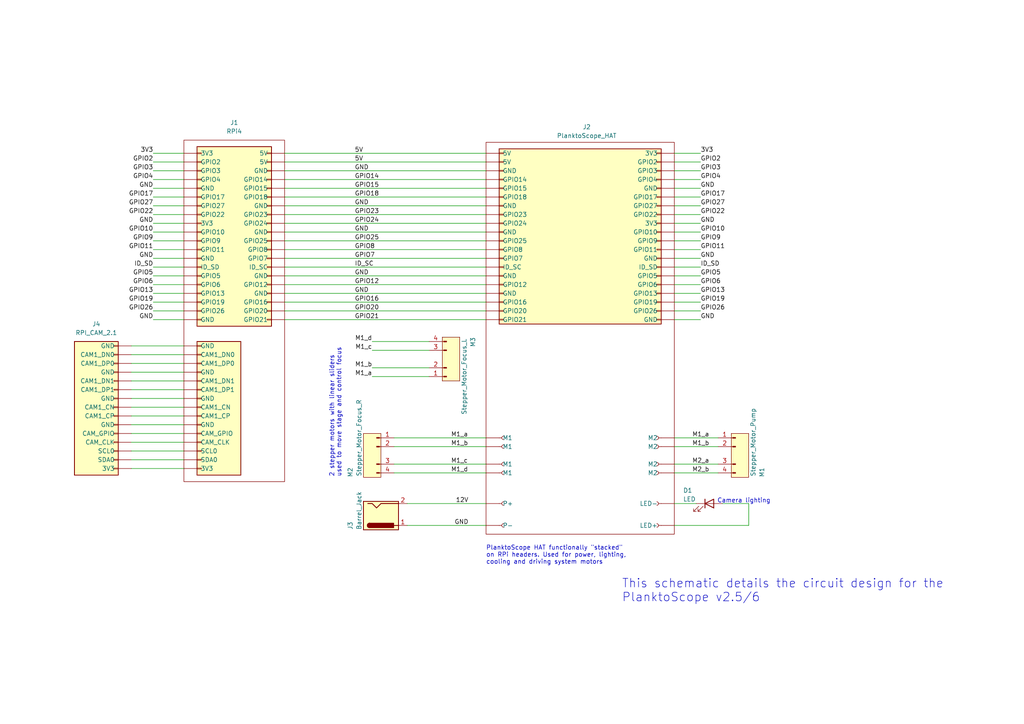
<source format=kicad_sch>
(kicad_sch (version 20211123) (generator eeschema)
  (paper "A4")
  (lib_symbols
    (symbol "Conn_01x04_Male_1" (pin_names (offset 1.016) hide)
      (property "Reference" "J?" (at -1.2319 8.89 0))
      (property "Value" "Conn_01x04_Male_1" (at -1.2319 6.35 0))
      (symbol "Conn_01x04_Male_1_0_1"
        (rectangle (start -3.81 3.81) (end 1.27 -8.89) (fill (type background)))
      )
      (symbol "Conn_01x04_Male_1_1_1"
        (polyline (pts (xy 1.27 -7.62) (xy 0.8636 -7.62)) (stroke (width 0.1524)))
        (polyline (pts (xy 1.27 -5.08) (xy 0.8636 -5.08)) (stroke (width 0.1524)))
        (polyline (pts (xy 1.27 0) (xy 0.8636 0)) (stroke (width 0.1524)))
        (polyline (pts (xy 1.27 2.54) (xy 0.8636 2.54)) (stroke (width 0.1524)))
        (rectangle (start 0.8636 -7.493) (end 0 -7.747) (stroke (width 0.1524)) (fill (type outline)))
        (rectangle (start 0.8636 -4.953) (end 0 -5.207) (stroke (width 0.1524)) (fill (type outline)))
        (rectangle (start 0.8636 0.127) (end 0 -0.127) (stroke (width 0.1524)) (fill (type outline)))
        (rectangle (start 0.8636 2.667) (end 0 2.413) (stroke (width 0.1524)) (fill (type outline)))
        (pin passive line (at 5.08 2.54 180) (length 3.81) (name "Pin_1") (number "1"))
        (pin passive line (at 5.08 0 180) (length 3.81) (name "Pin_2") (number "2"))
        (pin passive line (at 5.08 -5.08 180) (length 3.81) (name "Pin_3") (number "3"))
        (pin passive line (at 5.08 -7.62 180) (length 3.81) (name "Pin_4") (number "4"))
      )
    )
    (symbol "Conn_01x15_1" (pin_numbers hide) (pin_names (offset 1.016))
      (property "Reference" "J?" (at -1.27 22.8601 0))
      (property "Value" "Conn_01x15" (at -1.27 20.3201 0))
      (symbol "Conn_01x15_1_1_1"
        (rectangle (start -1.27 -17.653) (end 0 -17.907) (stroke (width 0.1524)))
        (rectangle (start -1.27 -15.113) (end 0 -15.367) (stroke (width 0.1524)))
        (rectangle (start -1.27 -12.573) (end 0 -12.827) (stroke (width 0.1524)))
        (rectangle (start -1.27 -10.033) (end 0 -10.287) (stroke (width 0.1524)))
        (rectangle (start -1.27 -7.493) (end 0 -7.747) (stroke (width 0.1524)))
        (rectangle (start -1.27 -4.953) (end 0 -5.207) (stroke (width 0.1524)))
        (rectangle (start -1.27 -2.413) (end 0 -2.667) (stroke (width 0.1524)))
        (rectangle (start -1.27 0.127) (end 0 -0.127) (stroke (width 0.1524)))
        (rectangle (start -1.27 2.667) (end 0 2.413) (stroke (width 0.1524)))
        (rectangle (start -1.27 5.207) (end 0 4.953) (stroke (width 0.1524)))
        (rectangle (start -1.27 7.747) (end 0 7.493) (stroke (width 0.1524)))
        (rectangle (start -1.27 10.287) (end 0 10.033) (stroke (width 0.1524)))
        (rectangle (start -1.27 12.827) (end 0 12.573) (stroke (width 0.1524)))
        (rectangle (start -1.27 15.367) (end 0 15.113) (stroke (width 0.1524)))
        (rectangle (start -1.27 17.907) (end 0 17.653) (stroke (width 0.1524)))
        (rectangle (start -1.27 19.05) (end 11.43 -19.685) (stroke (width 0.254)) (fill (type background)))
        (pin passive line (at -5.08 17.78 0) (length 3.81) (name "GND") (number "1"))
        (pin passive line (at -5.08 -5.08 0) (length 3.81) (name "GND") (number "10"))
        (pin passive line (at -5.08 -7.62 0) (length 3.81) (name "CAM_GPIO") (number "11"))
        (pin passive line (at -5.08 -10.16 0) (length 3.81) (name "CAM_CLK") (number "12"))
        (pin passive line (at -5.08 -12.7 0) (length 3.81) (name "SCL0") (number "13"))
        (pin passive line (at -5.08 -15.24 0) (length 3.81) (name "SDA0") (number "14"))
        (pin passive line (at -5.08 -17.78 0) (length 3.81) (name "3V3") (number "15"))
        (pin passive line (at -5.08 15.24 0) (length 3.81) (name "CAM1_DN0") (number "2"))
        (pin passive line (at -5.08 12.7 0) (length 3.81) (name "CAM1_DP0") (number "3"))
        (pin passive line (at -5.08 10.16 0) (length 3.81) (name "GND") (number "4"))
        (pin passive line (at -5.08 7.62 0) (length 3.81) (name "CAM1_DN1") (number "5"))
        (pin passive line (at -5.08 5.08 0) (length 3.81) (name "CAM1_DP1") (number "6"))
        (pin passive line (at -5.08 2.54 0) (length 3.81) (name "GND") (number "7"))
        (pin passive line (at -5.08 0 0) (length 3.81) (name "CAM1_CN") (number "8"))
        (pin passive line (at -5.08 -2.54 0) (length 3.81) (name "CAM1_CP") (number "9"))
      )
    )
    (symbol "Connector:Barrel_Jack" (pin_names (offset 1.016))
      (property "Reference" "J?" (at -6.35 -1.9051 0))
      (property "Value" "Barrel_Jack" (at -6.35 1.2699 0))
      (symbol "Barrel_Jack_0_1"
        (rectangle (start -5.08 5.08) (end 5.08 -3.175) (stroke (width 0.254)) (fill (type background)))
        (arc (start -3.302 4.445) (mid -3.937 3.81) (end -3.302 3.175) (stroke (width 0.254)))
        (arc (start -3.302 4.445) (mid -3.937 3.81) (end -3.302 3.175) (stroke (width 0.254)) (fill (type outline)))
        (polyline (pts (xy 5.08 3.81) (xy 3.81 3.81)) (stroke (width 0.254)))
        (polyline (pts (xy -3.81 -2.54) (xy -2.54 -2.54) (xy -1.27 -1.27) (xy 0 -2.54) (xy 2.54 -2.54) (xy 5.08 -2.54)) (stroke (width 0.254)))
        (rectangle (start 3.683 4.445) (end -3.302 3.175) (stroke (width 0.254)) (fill (type outline)))
      )
      (symbol "Barrel_Jack_1_1"
        (pin passive line (at 7.62 3.81 180) (length 2.54) (name "~") (number "1"))
        (pin passive line (at 7.62 -2.54 180) (length 2.54) (name "~") (number "2"))
      )
    )
    (symbol "Device:LED" (pin_numbers hide) (pin_names (offset 1.016) hide)
      (property "Reference" "D" (at 0 2.54 0))
      (property "Value" "LED" (at 0 -2.54 0))
      (symbol "LED_0_1"
        (polyline (pts (xy -1.27 -1.27) (xy -1.27 1.27)) (stroke (width 0.254)))
        (polyline (pts (xy -1.27 0) (xy 1.27 0)))
        (polyline (pts (xy 1.27 -1.27) (xy 1.27 1.27) (xy -1.27 0) (xy 1.27 -1.27)) (stroke (width 0.254)))
        (polyline (pts (xy -3.048 -0.762) (xy -4.572 -2.286) (xy -3.81 -2.286) (xy -4.572 -2.286) (xy -4.572 -1.524)))
        (polyline (pts (xy -1.778 -0.762) (xy -3.302 -2.286) (xy -2.54 -2.286) (xy -3.302 -2.286) (xy -3.302 -1.524)))
      )
      (symbol "LED_1_1"
        (pin passive line (at -3.81 0 0) (length 2.54) (name "K") (number "1"))
        (pin passive line (at 3.81 0 180) (length 2.54) (name "A") (number "2"))
      )
    )
    (symbol "RPi4_Conn_1" (pin_numbers hide) (pin_names (offset 1.016))
      (property "Reference" "J2" (at -19.05 30.48 0))
      (property "Value" "PlanktoScope_HAT" (at -19.05 27.94 0))
      (symbol "RPi4_Conn_1_0_1"
        (rectangle (start -5.08 26.035) (end 49.53 -87.63))
      )
      (symbol "RPi4_Conn_1_1_1"
        (rectangle (start -1.27 -25.273) (end 0 -25.527) (stroke (width 0.1524)))
        (rectangle (start -1.27 -22.733) (end 0 -22.987) (stroke (width 0.1524)))
        (rectangle (start -1.27 -20.193) (end 0 -20.447) (stroke (width 0.1524)))
        (rectangle (start -1.27 -17.653) (end 0 -17.907) (stroke (width 0.1524)))
        (rectangle (start -1.27 -15.113) (end 0 -15.367) (stroke (width 0.1524)))
        (rectangle (start -1.27 -12.573) (end 0 -12.827) (stroke (width 0.1524)))
        (rectangle (start -1.27 -10.033) (end 0 -10.287) (stroke (width 0.1524)))
        (rectangle (start -1.27 -7.493) (end 0 -7.747) (stroke (width 0.1524)))
        (rectangle (start -1.27 -4.953) (end 0 -5.207) (stroke (width 0.1524)))
        (rectangle (start -1.27 -2.413) (end 0 -2.667) (stroke (width 0.1524)))
        (rectangle (start -1.27 0.127) (end 0 -0.127) (stroke (width 0.1524)))
        (rectangle (start -1.27 2.667) (end 0 2.413) (stroke (width 0.1524)))
        (rectangle (start -1.27 5.207) (end 0 4.953) (stroke (width 0.1524)))
        (rectangle (start -1.27 7.747) (end 0 7.493) (stroke (width 0.1524)))
        (rectangle (start -1.27 10.287) (end 0 10.033) (stroke (width 0.1524)))
        (rectangle (start -1.27 12.827) (end 0 12.573) (stroke (width 0.1524)))
        (rectangle (start -1.27 15.367) (end 0 15.113) (stroke (width 0.1524)))
        (rectangle (start -1.27 17.907) (end 0 17.653) (stroke (width 0.1524)))
        (rectangle (start -1.27 20.447) (end 0 20.193) (stroke (width 0.1524)))
        (rectangle (start -1.27 22.987) (end 0 22.733) (stroke (width 0.1524)))
        (rectangle (start -1.27 24.13) (end 45.72 -26.67) (stroke (width 0.254)) (fill (type background)))
        (arc (start 0 -84.582) (mid -0.508 -85.09) (end 0 -85.598) (stroke (width 0.1524)))
        (arc (start 0 -78.232) (mid -0.508 -78.74) (end 0 -79.248) (stroke (width 0.1524)))
        (arc (start 0 -69.342) (mid -0.508 -69.85) (end 0 -70.358) (stroke (width 0.1524)))
        (arc (start 0 -66.802) (mid -0.508 -67.31) (end 0 -67.818) (stroke (width 0.1524)))
        (arc (start 0 -61.722) (mid -0.508 -62.23) (end 0 -62.738) (stroke (width 0.1524)))
        (arc (start 0 -59.182) (mid -0.508 -59.69) (end 0 -60.198) (stroke (width 0.1524)))
        (polyline (pts (xy -1.27 -85.09) (xy -0.508 -85.09)) (stroke (width 0.1524)))
        (polyline (pts (xy -1.27 -78.74) (xy -0.508 -78.74)) (stroke (width 0.1524)))
        (polyline (pts (xy -1.27 -69.85) (xy -0.508 -69.85)) (stroke (width 0.1524)))
        (polyline (pts (xy -1.27 -67.31) (xy -0.508 -67.31)) (stroke (width 0.1524)))
        (polyline (pts (xy -1.27 -62.23) (xy -0.508 -62.23)) (stroke (width 0.1524)))
        (polyline (pts (xy -1.27 -59.69) (xy -0.508 -59.69)) (stroke (width 0.1524)))
        (polyline (pts (xy 45.72 -85.09) (xy 44.958 -85.09)) (stroke (width 0.1524)))
        (polyline (pts (xy 45.72 -78.74) (xy 44.958 -78.74)) (stroke (width 0.1524)))
        (polyline (pts (xy 45.72 -69.85) (xy 44.958 -69.85)) (stroke (width 0.1524)))
        (polyline (pts (xy 45.72 -67.31) (xy 44.958 -67.31)) (stroke (width 0.1524)))
        (polyline (pts (xy 45.72 -62.23) (xy 44.958 -62.23)) (stroke (width 0.1524)))
        (polyline (pts (xy 45.72 -59.69) (xy 44.958 -59.69)) (stroke (width 0.1524)))
        (arc (start 44.45 -85.598) (mid 44.958 -85.09) (end 44.45 -84.582) (stroke (width 0.1524)))
        (arc (start 44.45 -79.248) (mid 44.958 -78.74) (end 44.45 -78.232) (stroke (width 0.1524)))
        (arc (start 44.45 -70.358) (mid 44.958 -69.85) (end 44.45 -69.342) (stroke (width 0.1524)))
        (arc (start 44.45 -67.818) (mid 44.958 -67.31) (end 44.45 -66.802) (stroke (width 0.1524)))
        (arc (start 44.45 -62.738) (mid 44.958 -62.23) (end 44.45 -61.722) (stroke (width 0.1524)))
        (arc (start 44.45 -60.198) (mid 44.958 -59.69) (end 44.45 -59.182) (stroke (width 0.1524)))
        (rectangle (start 45.72 -25.273) (end 44.45 -25.527) (stroke (width 0.1524)))
        (rectangle (start 45.72 -22.733) (end 44.45 -22.987) (stroke (width 0.1524)))
        (rectangle (start 45.72 -20.193) (end 44.45 -20.447) (stroke (width 0.1524)))
        (rectangle (start 45.72 -17.653) (end 44.45 -17.907) (stroke (width 0.1524)))
        (rectangle (start 45.72 -15.113) (end 44.45 -15.367) (stroke (width 0.1524)))
        (rectangle (start 45.72 -12.573) (end 44.45 -12.827) (stroke (width 0.1524)))
        (rectangle (start 45.72 -10.033) (end 44.45 -10.287) (stroke (width 0.1524)))
        (rectangle (start 45.72 -7.493) (end 44.45 -7.747) (stroke (width 0.1524)))
        (rectangle (start 45.72 -4.953) (end 44.45 -5.207) (stroke (width 0.1524)))
        (rectangle (start 45.72 -2.413) (end 44.45 -2.667) (stroke (width 0.1524)))
        (rectangle (start 45.72 0.127) (end 44.45 -0.127) (stroke (width 0.1524)))
        (rectangle (start 45.72 2.667) (end 44.45 2.413) (stroke (width 0.1524)))
        (rectangle (start 45.72 5.207) (end 44.45 4.953) (stroke (width 0.1524)))
        (rectangle (start 45.72 7.747) (end 44.45 7.493) (stroke (width 0.1524)))
        (rectangle (start 45.72 10.287) (end 44.45 10.033) (stroke (width 0.1524)))
        (rectangle (start 45.72 12.827) (end 44.45 12.573) (stroke (width 0.1524)))
        (rectangle (start 45.72 15.367) (end 44.45 15.113) (stroke (width 0.1524)))
        (rectangle (start 45.72 17.907) (end 44.45 17.653) (stroke (width 0.1524)))
        (rectangle (start 45.72 20.447) (end 44.45 20.193) (stroke (width 0.1524)))
        (rectangle (start 45.72 22.987) (end 44.45 22.733) (stroke (width 0.1524)))
        (pin passive line (at -5.08 22.86 0) (length 3.81) (name "3V3") (number "1"))
        (pin passive line (at 49.53 12.7 180) (length 3.81) (name "GPIO15") (number "10"))
        (pin passive line (at -5.08 10.16 0) (length 3.81) (name "GPIO17") (number "11"))
        (pin passive line (at 49.53 10.16 180) (length 3.81) (name "GPIO18") (number "12"))
        (pin passive line (at -5.08 7.62 0) (length 3.81) (name "GPIO27") (number "13"))
        (pin passive line (at 49.53 7.62 180) (length 3.81) (name "GND") (number "14"))
        (pin passive line (at -5.08 5.08 0) (length 3.81) (name "GPIO22") (number "15"))
        (pin passive line (at 49.53 5.08 180) (length 3.81) (name "GPIO23") (number "16"))
        (pin passive line (at -5.08 2.54 0) (length 3.81) (name "3V3") (number "17"))
        (pin passive line (at 49.53 2.54 180) (length 3.81) (name "GPIO24") (number "18"))
        (pin passive line (at -5.08 0 0) (length 3.81) (name "GPIO10") (number "19"))
        (pin passive line (at 49.53 22.86 180) (length 3.81) (name "5V") (number "2"))
        (pin passive line (at 49.53 0 180) (length 3.81) (name "GND") (number "20"))
        (pin passive line (at -5.08 -2.54 0) (length 3.81) (name "GPIO9") (number "21"))
        (pin passive line (at 49.53 -2.54 180) (length 3.81) (name "GPIO25") (number "22"))
        (pin passive line (at -5.08 -5.08 0) (length 3.81) (name "GPIO11") (number "23"))
        (pin passive line (at 49.53 -5.08 180) (length 3.81) (name "GPIO8") (number "24"))
        (pin passive line (at -5.08 -7.62 0) (length 3.81) (name "GND") (number "25"))
        (pin passive line (at 49.53 -7.62 180) (length 3.81) (name "GPIO7") (number "26"))
        (pin passive line (at -5.08 -10.16 0) (length 3.81) (name "ID_SD") (number "27"))
        (pin passive line (at 49.53 -10.16 180) (length 3.81) (name "ID_SC") (number "28"))
        (pin passive line (at -5.08 -12.7 0) (length 3.81) (name "GPIO5") (number "29"))
        (pin passive line (at -5.08 20.32 0) (length 3.81) (name "GPIO2") (number "3"))
        (pin passive line (at 49.53 -12.7 180) (length 3.81) (name "GND") (number "30"))
        (pin passive line (at -5.08 -15.24 0) (length 3.81) (name "GPIO6") (number "31"))
        (pin passive line (at 49.53 -15.24 180) (length 3.81) (name "GPIO12") (number "32"))
        (pin passive line (at -5.08 -17.78 0) (length 3.81) (name "GPIO13") (number "33"))
        (pin passive line (at 49.53 -17.78 180) (length 3.81) (name "GND") (number "34"))
        (pin passive line (at -5.08 -20.32 0) (length 3.81) (name "GPIO19") (number "35"))
        (pin passive line (at 49.53 -20.32 180) (length 3.81) (name "GPIO16") (number "36"))
        (pin passive line (at -5.08 -22.86 0) (length 3.81) (name "GPIO26") (number "37"))
        (pin passive line (at 49.53 -22.86 180) (length 3.81) (name "GPIO20") (number "38"))
        (pin passive line (at -5.08 -25.4 0) (length 3.81) (name "GND") (number "39"))
        (pin passive line (at 49.53 20.32 180) (length 3.81) (name "5V") (number "4"))
        (pin passive line (at 49.53 -25.4 180) (length 3.81) (name "GPIO21") (number "40"))
        (pin passive line (at -5.08 -59.69 0) (length 3.81) (name "M2") (number "41"))
        (pin passive line (at -5.08 -62.23 0) (length 3.81) (name "M2") (number "42"))
        (pin passive line (at -5.08 -67.31 0) (length 3.81) (name "M2") (number "43"))
        (pin passive line (at -5.08 -69.85 0) (length 3.81) (name "M2") (number "44"))
        (pin passive line (at 49.53 -59.69 180) (length 3.81) (name "M1") (number "46"))
        (pin passive line (at 49.53 -62.23 180) (length 3.81) (name "M1") (number "47"))
        (pin passive line (at -5.08 -85.09 0) (length 3.81) (name "LED+") (number "48"))
        (pin passive line (at 49.53 -67.31 180) (length 3.81) (name "M1") (number "48"))
        (pin passive line (at 49.53 -78.74 180) (length 3.81) (name "P+") (number "48"))
        (pin passive line (at -5.08 -78.74 0) (length 3.81) (name "LED-") (number "49"))
        (pin passive line (at 49.53 -69.85 180) (length 3.81) (name "M1") (number "49"))
        (pin passive line (at 49.53 -85.09 180) (length 3.81) (name "P-") (number "49"))
        (pin passive line (at -5.08 17.78 0) (length 3.81) (name "GPIO3") (number "5"))
        (pin passive line (at 49.53 17.78 180) (length 3.81) (name "GND") (number "6"))
        (pin passive line (at -5.08 15.24 0) (length 3.81) (name "GPIO4") (number "7"))
        (pin passive line (at 49.53 15.24 180) (length 3.81) (name "GPIO14") (number "8"))
        (pin passive line (at -5.08 12.7 0) (length 3.81) (name "GND") (number "9"))
      )
    )
    (symbol "RPi4_Conn_3" (pin_numbers hide) (pin_names (offset 1.016))
      (property "Reference" "J1" (at 9.525 30.48 0))
      (property "Value" "RPi4_Conn_3" (at 9.525 27.94 0))
      (symbol "RPi4_Conn_3_0_1"
        (rectangle (start -5.08 26.67) (end 24.13 -72.39))
      )
      (symbol "RPi4_Conn_3_1_1"
        (rectangle (start -1.27 -68.453) (end 0 -68.707) (stroke (width 0.1524)))
        (rectangle (start -1.27 -65.913) (end 0 -66.167) (stroke (width 0.1524)))
        (rectangle (start -1.27 -63.373) (end 0 -63.627) (stroke (width 0.1524)))
        (rectangle (start -1.27 -60.833) (end 0 -61.087) (stroke (width 0.1524)))
        (rectangle (start -1.27 -58.293) (end 0 -58.547) (stroke (width 0.1524)))
        (rectangle (start -1.27 -55.753) (end 0 -56.007) (stroke (width 0.1524)))
        (rectangle (start -1.27 -53.213) (end 0 -53.467) (stroke (width 0.1524)))
        (rectangle (start -1.27 -50.673) (end 0 -50.927) (stroke (width 0.1524)))
        (rectangle (start -1.27 -48.133) (end 0 -48.387) (stroke (width 0.1524)))
        (rectangle (start -1.27 -45.593) (end 0 -45.847) (stroke (width 0.1524)))
        (rectangle (start -1.27 -43.053) (end 0 -43.307) (stroke (width 0.1524)))
        (rectangle (start -1.27 -40.513) (end 0 -40.767) (stroke (width 0.1524)))
        (rectangle (start -1.27 -37.973) (end 0 -38.227) (stroke (width 0.1524)))
        (rectangle (start -1.27 -35.433) (end 0 -35.687) (stroke (width 0.1524)))
        (rectangle (start -1.27 -32.893) (end 0 -33.147) (stroke (width 0.1524)))
        (rectangle (start -1.27 -31.75) (end 11.43 -70.485) (stroke (width 0.254)) (fill (type background)))
        (rectangle (start -1.27 -25.273) (end 0 -25.527) (stroke (width 0.1524)))
        (rectangle (start -1.27 -22.733) (end 0 -22.987) (stroke (width 0.1524)))
        (rectangle (start -1.27 -20.193) (end 0 -20.447) (stroke (width 0.1524)))
        (rectangle (start -1.27 -17.653) (end 0 -17.907) (stroke (width 0.1524)))
        (rectangle (start -1.27 -15.113) (end 0 -15.367) (stroke (width 0.1524)))
        (rectangle (start -1.27 -12.573) (end 0 -12.827) (stroke (width 0.1524)))
        (rectangle (start -1.27 -10.033) (end 0 -10.287) (stroke (width 0.1524)))
        (rectangle (start -1.27 -7.493) (end 0 -7.747) (stroke (width 0.1524)))
        (rectangle (start -1.27 -4.953) (end 0 -5.207) (stroke (width 0.1524)))
        (rectangle (start -1.27 -2.413) (end 0 -2.667) (stroke (width 0.1524)))
        (rectangle (start -1.27 0.127) (end 0 -0.127) (stroke (width 0.1524)))
        (rectangle (start -1.27 2.667) (end 0 2.413) (stroke (width 0.1524)))
        (rectangle (start -1.27 5.207) (end 0 4.953) (stroke (width 0.1524)))
        (rectangle (start -1.27 7.747) (end 0 7.493) (stroke (width 0.1524)))
        (rectangle (start -1.27 10.287) (end 0 10.033) (stroke (width 0.1524)))
        (rectangle (start -1.27 12.827) (end 0 12.573) (stroke (width 0.1524)))
        (rectangle (start -1.27 15.367) (end 0 15.113) (stroke (width 0.1524)))
        (rectangle (start -1.27 17.907) (end 0 17.653) (stroke (width 0.1524)))
        (rectangle (start -1.27 20.447) (end 0 20.193) (stroke (width 0.1524)))
        (rectangle (start -1.27 22.987) (end 0 22.733) (stroke (width 0.1524)))
        (rectangle (start -1.27 24.765) (end 20.32 -27.305) (stroke (width 0.254)) (fill (type background)))
        (rectangle (start 20.32 -25.273) (end 19.05 -25.527) (stroke (width 0.1524)))
        (rectangle (start 20.32 -22.733) (end 19.05 -22.987) (stroke (width 0.1524)))
        (rectangle (start 20.32 -20.193) (end 19.05 -20.447) (stroke (width 0.1524)))
        (rectangle (start 20.32 -17.653) (end 19.05 -17.907) (stroke (width 0.1524)))
        (rectangle (start 20.32 -15.113) (end 19.05 -15.367) (stroke (width 0.1524)))
        (rectangle (start 20.32 -12.573) (end 19.05 -12.827) (stroke (width 0.1524)))
        (rectangle (start 20.32 -10.033) (end 19.05 -10.287) (stroke (width 0.1524)))
        (rectangle (start 20.32 -7.493) (end 19.05 -7.747) (stroke (width 0.1524)))
        (rectangle (start 20.32 -4.953) (end 19.05 -5.207) (stroke (width 0.1524)))
        (rectangle (start 20.32 -2.413) (end 19.05 -2.667) (stroke (width 0.1524)))
        (rectangle (start 20.32 0.127) (end 19.05 -0.127) (stroke (width 0.1524)))
        (rectangle (start 20.32 2.667) (end 19.05 2.413) (stroke (width 0.1524)))
        (rectangle (start 20.32 5.207) (end 19.05 4.953) (stroke (width 0.1524)))
        (rectangle (start 20.32 7.747) (end 19.05 7.493) (stroke (width 0.1524)))
        (rectangle (start 20.32 10.287) (end 19.05 10.033) (stroke (width 0.1524)))
        (rectangle (start 20.32 12.827) (end 19.05 12.573) (stroke (width 0.1524)))
        (rectangle (start 20.32 15.367) (end 19.05 15.113) (stroke (width 0.1524)))
        (rectangle (start 20.32 17.907) (end 19.05 17.653) (stroke (width 0.1524)))
        (rectangle (start 20.32 20.447) (end 19.05 20.193) (stroke (width 0.1524)))
        (rectangle (start 20.32 22.987) (end 19.05 22.733) (stroke (width 0.1524)))
        (pin passive line (at -5.08 22.86 0) (length 3.81) (name "3V3") (number "1"))
        (pin passive line (at -5.08 -33.02 0) (length 3.81) (name "GND") (number "1"))
        (pin passive line (at -5.08 -55.88 0) (length 3.81) (name "GND") (number "10"))
        (pin passive line (at 24.13 12.7 180) (length 3.81) (name "GPIO15") (number "10"))
        (pin passive line (at -5.08 -58.42 0) (length 3.81) (name "CAM_GPIO") (number "11"))
        (pin passive line (at -5.08 10.16 0) (length 3.81) (name "GPIO17") (number "11"))
        (pin passive line (at -5.08 -60.96 0) (length 3.81) (name "CAM_CLK") (number "12"))
        (pin passive line (at 24.13 10.16 180) (length 3.81) (name "GPIO18") (number "12"))
        (pin passive line (at -5.08 7.62 0) (length 3.81) (name "GPIO27") (number "13"))
        (pin passive line (at -5.08 -63.5 0) (length 3.81) (name "SCL0") (number "13"))
        (pin passive line (at 24.13 7.62 180) (length 3.81) (name "GND") (number "14"))
        (pin passive line (at -5.08 -66.04 0) (length 3.81) (name "SDA0") (number "14"))
        (pin passive line (at -5.08 -68.58 0) (length 3.81) (name "3V3") (number "15"))
        (pin passive line (at -5.08 5.08 0) (length 3.81) (name "GPIO22") (number "15"))
        (pin passive line (at 24.13 5.08 180) (length 3.81) (name "GPIO23") (number "16"))
        (pin passive line (at -5.08 2.54 0) (length 3.81) (name "3V3") (number "17"))
        (pin passive line (at 24.13 2.54 180) (length 3.81) (name "GPIO24") (number "18"))
        (pin passive line (at -5.08 0 0) (length 3.81) (name "GPIO10") (number "19"))
        (pin passive line (at 24.13 22.86 180) (length 3.81) (name "5V") (number "2"))
        (pin passive line (at -5.08 -35.56 0) (length 3.81) (name "CAM1_DN0") (number "2"))
        (pin passive line (at 24.13 0 180) (length 3.81) (name "GND") (number "20"))
        (pin passive line (at -5.08 -2.54 0) (length 3.81) (name "GPIO9") (number "21"))
        (pin passive line (at 24.13 -2.54 180) (length 3.81) (name "GPIO25") (number "22"))
        (pin passive line (at -5.08 -5.08 0) (length 3.81) (name "GPIO11") (number "23"))
        (pin passive line (at 24.13 -5.08 180) (length 3.81) (name "GPIO8") (number "24"))
        (pin passive line (at -5.08 -7.62 0) (length 3.81) (name "GND") (number "25"))
        (pin passive line (at 24.13 -7.62 180) (length 3.81) (name "GPIO7") (number "26"))
        (pin passive line (at -5.08 -10.16 0) (length 3.81) (name "ID_SD") (number "27"))
        (pin passive line (at 24.13 -10.16 180) (length 3.81) (name "ID_SC") (number "28"))
        (pin passive line (at -5.08 -12.7 0) (length 3.81) (name "GPIO5") (number "29"))
        (pin passive line (at -5.08 -38.1 0) (length 3.81) (name "CAM1_DP0") (number "3"))
        (pin passive line (at -5.08 20.32 0) (length 3.81) (name "GPIO2") (number "3"))
        (pin passive line (at 24.13 -12.7 180) (length 3.81) (name "GND") (number "30"))
        (pin passive line (at -5.08 -15.24 0) (length 3.81) (name "GPIO6") (number "31"))
        (pin passive line (at 24.13 -15.24 180) (length 3.81) (name "GPIO12") (number "32"))
        (pin passive line (at -5.08 -17.78 0) (length 3.81) (name "GPIO13") (number "33"))
        (pin passive line (at 24.13 -17.78 180) (length 3.81) (name "GND") (number "34"))
        (pin passive line (at -5.08 -20.32 0) (length 3.81) (name "GPIO19") (number "35"))
        (pin passive line (at 24.13 -20.32 180) (length 3.81) (name "GPIO16") (number "36"))
        (pin passive line (at -5.08 -22.86 0) (length 3.81) (name "GPIO26") (number "37"))
        (pin passive line (at 24.13 -22.86 180) (length 3.81) (name "GPIO20") (number "38"))
        (pin passive line (at -5.08 -25.4 0) (length 3.81) (name "GND") (number "39"))
        (pin passive line (at 24.13 20.32 180) (length 3.81) (name "5V") (number "4"))
        (pin passive line (at -5.08 -40.64 0) (length 3.81) (name "GND") (number "4"))
        (pin passive line (at 24.13 -25.4 180) (length 3.81) (name "GPIO21") (number "40"))
        (pin passive line (at -5.08 -43.18 0) (length 3.81) (name "CAM1_DN1") (number "5"))
        (pin passive line (at -5.08 17.78 0) (length 3.81) (name "GPIO3") (number "5"))
        (pin passive line (at -5.08 -45.72 0) (length 3.81) (name "CAM1_DP1") (number "6"))
        (pin passive line (at 24.13 17.78 180) (length 3.81) (name "GND") (number "6"))
        (pin passive line (at -5.08 -48.26 0) (length 3.81) (name "GND") (number "7"))
        (pin passive line (at -5.08 15.24 0) (length 3.81) (name "GPIO4") (number "7"))
        (pin passive line (at -5.08 -50.8 0) (length 3.81) (name "CAM1_CN") (number "8"))
        (pin passive line (at 24.13 15.24 180) (length 3.81) (name "GPIO14") (number "8"))
        (pin passive line (at -5.08 -53.34 0) (length 3.81) (name "CAM1_CP") (number "9"))
        (pin passive line (at -5.08 12.7 0) (length 3.81) (name "GND") (number "9"))
      )
    )
  )
  (wire (pts (xy 195.58 152.4) (xy 217.17 152.4)))
  (wire (pts (xy 53.34 57.15) (xy 44.45 57.15)))
  (wire (pts (xy 38.1 120.65) (xy 53.34 120.65)))
  (wire (pts (xy 82.55 64.77) (xy 140.97 64.77)))
  (wire (pts (xy 208.28 134.62) (xy 195.58 134.62)))
  (wire (pts (xy 38.1 128.27) (xy 53.34 128.27)))
  (wire (pts (xy 38.1 125.73) (xy 53.34 125.73)))
  (wire (pts (xy 82.55 85.09) (xy 140.97 85.09)))
  (wire (pts (xy 82.55 74.93) (xy 140.97 74.93)))
  (wire (pts (xy 38.1 133.35) (xy 53.34 133.35)))
  (wire (pts (xy 195.58 77.47) (xy 203.2 77.47)))
  (wire (pts (xy 82.55 92.71) (xy 140.97 92.71)))
  (wire (pts (xy 195.58 74.93) (xy 203.2 74.93)))
  (wire (pts (xy 53.34 74.93) (xy 44.45 74.93)))
  (wire (pts (xy 53.34 69.85) (xy 44.45 69.85)))
  (wire (pts (xy 38.1 110.49) (xy 53.34 110.49)))
  (wire (pts (xy 53.34 67.31) (xy 44.45 67.31)))
  (wire (pts (xy 118.11 152.4) (xy 140.97 152.4)))
  (wire (pts (xy 195.58 52.07) (xy 203.2 52.07)))
  (wire (pts (xy 195.58 85.09) (xy 203.2 85.09)))
  (wire (pts (xy 208.28 137.16) (xy 195.58 137.16)))
  (wire (pts (xy 53.34 92.71) (xy 44.45 92.71)))
  (wire (pts (xy 53.34 72.39) (xy 44.45 72.39)))
  (wire (pts (xy 82.55 80.01) (xy 140.97 80.01)))
  (wire (pts (xy 195.58 62.23) (xy 203.2 62.23)))
  (wire (pts (xy 195.58 146.05) (xy 201.93 146.05)))
  (wire (pts (xy 195.58 59.69) (xy 203.2 59.69)))
  (wire (pts (xy 217.17 146.05) (xy 217.17 152.4)))
  (wire (pts (xy 38.1 100.33) (xy 53.34 100.33)))
  (wire (pts (xy 195.58 90.17) (xy 203.2 90.17)))
  (wire (pts (xy 124.46 99.06) (xy 107.95 99.06)))
  (wire (pts (xy 53.34 52.07) (xy 44.45 52.07)))
  (wire (pts (xy 195.58 54.61) (xy 203.2 54.61)))
  (wire (pts (xy 195.58 46.99) (xy 203.2 46.99)))
  (wire (pts (xy 53.34 80.01) (xy 44.45 80.01)))
  (wire (pts (xy 53.34 54.61) (xy 44.45 54.61)))
  (wire (pts (xy 82.55 82.55) (xy 140.97 82.55)))
  (wire (pts (xy 124.46 106.68) (xy 107.95 106.68)))
  (wire (pts (xy 82.55 90.17) (xy 140.97 90.17)))
  (wire (pts (xy 82.55 54.61) (xy 140.97 54.61)))
  (wire (pts (xy 82.55 52.07) (xy 140.97 52.07)))
  (wire (pts (xy 38.1 105.41) (xy 53.34 105.41)))
  (wire (pts (xy 82.55 57.15) (xy 140.97 57.15)))
  (wire (pts (xy 38.1 102.87) (xy 53.34 102.87)))
  (wire (pts (xy 195.58 69.85) (xy 203.2 69.85)))
  (wire (pts (xy 38.1 115.57) (xy 53.34 115.57)))
  (wire (pts (xy 114.3 134.62) (xy 140.97 134.62)))
  (wire (pts (xy 82.55 72.39) (xy 140.97 72.39)))
  (wire (pts (xy 53.34 85.09) (xy 44.45 85.09)))
  (wire (pts (xy 82.55 49.53) (xy 140.97 49.53)))
  (wire (pts (xy 53.34 82.55) (xy 44.45 82.55)))
  (wire (pts (xy 208.28 127) (xy 195.58 127)))
  (wire (pts (xy 195.58 82.55) (xy 203.2 82.55)))
  (wire (pts (xy 195.58 44.45) (xy 203.2 44.45)))
  (wire (pts (xy 53.34 46.99) (xy 44.45 46.99)))
  (wire (pts (xy 53.34 64.77) (xy 44.45 64.77)))
  (wire (pts (xy 124.46 109.22) (xy 107.95 109.22)))
  (wire (pts (xy 38.1 123.19) (xy 53.34 123.19)))
  (wire (pts (xy 82.55 67.31) (xy 140.97 67.31)))
  (wire (pts (xy 38.1 130.81) (xy 53.34 130.81)))
  (wire (pts (xy 53.34 44.45) (xy 44.45 44.45)))
  (wire (pts (xy 195.58 49.53) (xy 203.2 49.53)))
  (wire (pts (xy 38.1 113.03) (xy 53.34 113.03)))
  (wire (pts (xy 53.34 87.63) (xy 44.45 87.63)))
  (wire (pts (xy 82.55 69.85) (xy 140.97 69.85)))
  (wire (pts (xy 82.55 62.23) (xy 140.97 62.23)))
  (wire (pts (xy 38.1 135.89) (xy 53.34 135.89)))
  (wire (pts (xy 195.58 57.15) (xy 203.2 57.15)))
  (wire (pts (xy 82.55 77.47) (xy 140.97 77.47)))
  (wire (pts (xy 208.28 129.54) (xy 195.58 129.54)))
  (wire (pts (xy 82.55 46.99) (xy 140.97 46.99)))
  (wire (pts (xy 118.11 146.05) (xy 140.97 146.05)))
  (wire (pts (xy 82.55 44.45) (xy 140.97 44.45)))
  (wire (pts (xy 195.58 67.31) (xy 203.2 67.31)))
  (wire (pts (xy 124.46 101.6) (xy 107.95 101.6)))
  (wire (pts (xy 114.3 137.16) (xy 140.97 137.16)))
  (wire (pts (xy 53.34 62.23) (xy 44.45 62.23)))
  (wire (pts (xy 53.34 90.17) (xy 44.45 90.17)))
  (wire (pts (xy 38.1 118.11) (xy 53.34 118.11)))
  (wire (pts (xy 53.34 59.69) (xy 44.45 59.69)))
  (wire (pts (xy 114.3 127) (xy 140.97 127)))
  (wire (pts (xy 195.58 92.71) (xy 203.2 92.71)))
  (wire (pts (xy 217.17 146.05) (xy 209.55 146.05)))
  (wire (pts (xy 195.58 64.77) (xy 203.2 64.77)))
  (wire (pts (xy 82.55 87.63) (xy 140.97 87.63)))
  (wire (pts (xy 53.34 49.53) (xy 44.45 49.53)))
  (wire (pts (xy 195.58 87.63) (xy 203.2 87.63)))
  (wire (pts (xy 82.55 59.69) (xy 140.97 59.69)))
  (wire (pts (xy 114.3 129.54) (xy 140.97 129.54)))
  (wire (pts (xy 195.58 72.39) (xy 203.2 72.39)))
  (wire (pts (xy 195.58 80.01) (xy 203.2 80.01)))
  (wire (pts (xy 53.34 77.47) (xy 44.45 77.47)))
  (wire (pts (xy 38.1 107.95) (xy 53.34 107.95)))
  (text "2 stepper motors with linear sliders \nused to move stage and control focus" (at 99.06 138.43 90) (effects (font (size 1.27 1.27)) (justify left bottom)))
  (text "This schematic details the circuit design for the \nPlanktoScope v2.5/6\n\n\n" (at 180.34 182.88 0) (effects (font (size 2.5 2.5)) (justify left bottom)))
  (text "PlanktoScope HAT functionally \"stacked\" \non RPi headers. Used for power, lighting,\ncooling and driving system motors\n" (at 140.97 163.83 0) (effects (font (size 1.27 1.27)) (justify left bottom)))
  (text "Camera lighting" (at 223.52 146.05 180) (effects (font (size 1.27 1.27)) (justify right bottom)))
  (label "GND" (at 102.87 49.53 0))
  (label "GPIO11" (at 203.2 72.39 0))
  (label "ID_SC" (at 102.87 77.47 0))
  (label "GPIO2" (at 44.45 46.99 180))
  (label "GPIO21" (at 102.87 92.71 0))
  (label "GPIO27" (at 44.45 59.69 180))
  (label "M1_b" (at 107.95 106.68 180))
  (label "GPIO9" (at 44.45 69.85 180))
  (label "GPIO10" (at 44.45 67.31 180))
  (label "M1_d" (at 130.81 137.16 0))
  (label "3V3" (at 203.2 44.45 0))
  (label "GPIO18" (at 102.87 57.15 0))
  (label "GND" (at 203.2 92.71 0))
  (label "GPIO4" (at 203.2 52.07 0))
  (label "GND" (at 203.2 74.93 0))
  (label "M1_c" (at 130.81 134.62 0))
  (label "5V" (at 102.87 46.99 0))
  (label "M1_c" (at 107.95 101.6 180))
  (label "5V" (at 102.87 44.45 0))
  (label "3V3" (at 44.45 44.45 180))
  (label "GPIO14" (at 102.87 52.07 0))
  (label "GPIO22" (at 44.45 62.23 180))
  (label "12V" (at 135.89 146.05 180))
  (label "GPIO3" (at 203.2 49.53 0))
  (label "GPIO11" (at 44.45 72.39 180))
  (label "M1_a" (at 205.74 127 180))
  (label "GPIO16" (at 102.87 87.63 0))
  (label "GPIO4" (at 44.45 52.07 180))
  (label "GPIO25" (at 102.87 69.85 0))
  (label "GPIO23" (at 102.87 62.23 0))
  (label "GPIO13" (at 203.2 85.09 0))
  (label "GPIO12" (at 102.87 82.55 0))
  (label "GPIO27" (at 203.2 59.69 0))
  (label "GND" (at 102.87 85.09 0))
  (label "GND" (at 203.2 64.77 0))
  (label "GPIO3" (at 44.45 49.53 180))
  (label "GND" (at 102.87 59.69 0))
  (label "GND" (at 102.87 80.01 0))
  (label "GND" (at 44.45 74.93 180))
  (label "GPIO10" (at 203.2 67.31 0))
  (label "M1_a" (at 107.95 109.22 180))
  (label "M1_b" (at 205.74 129.54 180))
  (label "GPIO17" (at 44.45 57.15 180))
  (label "GPIO19" (at 203.2 87.63 0))
  (label "GPIO5" (at 203.2 80.01 0))
  (label "GPIO26" (at 44.45 90.17 180))
  (label "M1_d" (at 107.95 99.06 180))
  (label "GPIO20" (at 102.87 90.17 0))
  (label "GPIO22" (at 203.2 62.23 0))
  (label "GPIO13" (at 44.45 85.09 180))
  (label "GND" (at 44.45 54.61 180))
  (label "GND" (at 44.45 92.71 180))
  (label "GPIO8" (at 102.87 72.39 0))
  (label "GND" (at 44.45 64.77 180))
  (label "GPIO15" (at 102.87 54.61 0))
  (label "GPIO17" (at 203.2 57.15 0))
  (label "M2_a" (at 205.74 134.62 180))
  (label "GPIO5" (at 44.45 80.01 180))
  (label "GPIO26" (at 203.2 90.17 0))
  (label "GPIO9" (at 203.2 69.85 0))
  (label "GND" (at 102.87 67.31 0))
  (label "GPIO6" (at 203.2 82.55 0))
  (label "GPIO2" (at 203.2 46.99 0))
  (label "M2_b" (at 205.74 137.16 180))
  (label "GND" (at 135.89 152.4 180))
  (label "M1_b" (at 130.81 129.54 0))
  (label "GPIO6" (at 44.45 82.55 180))
  (label "GPIO24" (at 102.87 64.77 0))
  (label "ID_SD" (at 203.2 77.47 0))
  (label "ID_SD" (at 44.45 77.47 180))
  (label "GPIO19" (at 44.45 87.63 180))
  (label "GPIO7" (at 102.87 74.93 0))
  (label "GND" (at 203.2 54.61 0))
  (label "M1_a" (at 130.81 127 0))
  (symbol (lib_name "Conn_01x04_Male_1") (lib_id "Connector:Conn_01x04_Male") (at 213.36 129.54 0) (mirror y) (unit 1)
    (property "Reference" "M1" (at 220.98 138.43 90) (effects (justify left)))
    (property "Value" "Stepper_Motor_Pump" (at 218.44 128.27 90))
  )
  (symbol (lib_name "RPi4_Conn_1") (lib_id "Custom:RPi4_Conn") (at 190.5 67.31 0) (mirror y) (unit 1)
    (property "Reference" "J2" (at 170.18 36.83 0))
    (property "Value" "PlanktoScope_HAT" (at 170.18 39.37 0))
  )
  (symbol (lib_id "Device:LED") (at 205.74 146.05 0) (unit 1)
    (property "Reference" "D1" (at 198.12 142.24 0) (effects (justify left)))
    (property "Value" "LED" (at 198.12 144.78 0) (effects (justify left)))
  )
  (symbol (lib_name "Conn_01x04_Male_1") (lib_id "Connector:Conn_01x04_Male") (at 109.22 129.54 0) (unit 1)
    (property "Reference" "M2" (at 101.6 138.43 90) (effects (justify left)))
    (property "Value" "Stepper_Motor_Focus_R" (at 104.14 127 90))
  )
  (symbol (lib_name "RPi4_Conn_3") (lib_id "Custom:RPi4_Conn") (at 58.42 67.31 0) (unit 1)
    (property "Reference" "J1" (at 67.945 35.56 0))
    (property "Value" "RPi4" (at 67.945 38.1 0))
  )
  (symbol (lib_id "Connector:Barrel_Jack") (at 110.49 148.59 0) (mirror x) (unit 1)
    (property "Reference" "J3" (at 101.6 153.67 90) (effects (justify right)))
    (property "Value" "Barrel_Jack" (at 104.14 153.67 90) (effects (justify right)))
  )
  (symbol (lib_name "Conn_01x15_1") (lib_id "Connector_Generic:Conn_01x15") (at 33.02 118.11 0) (mirror y) (unit 1)
    (property "Reference" "J4" (at 27.94 93.98 0))
    (property "Value" "RPI_CAM_2.1" (at 27.94 96.52 0))
  )
  (symbol (lib_name "Conn_01x04_Male_1") (lib_id "Connector:Conn_01x04_Male") (at 129.54 106.68 180) (unit 1)
    (property "Reference" "M3" (at 137.16 97.79 90) (effects (justify left)))
    (property "Value" "Stepper_Motor_Focus_L" (at 134.62 109.22 90))
  )
)
</source>
